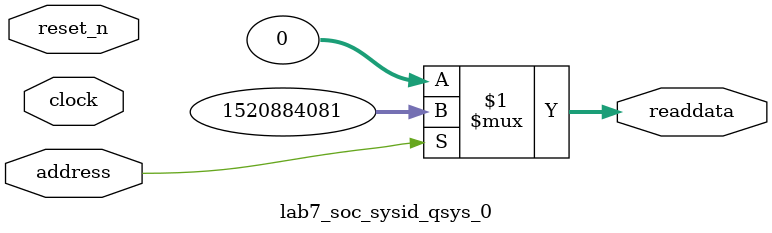
<source format=v>

`timescale 1ns / 1ps
// synthesis translate_on

// turn off superfluous verilog processor warnings 
// altera message_level Level1 
// altera message_off 10034 10035 10036 10037 10230 10240 10030 

module lab7_soc_sysid_qsys_0 (
               // inputs:
                address,
                clock,
                reset_n,

               // outputs:
                readdata
             )
;

  output  [ 31: 0] readdata;
  input            address;
  input            clock;
  input            reset_n;

  wire    [ 31: 0] readdata;
  //control_slave, which is an e_avalon_slave
  assign readdata = address ? 1520884081 : 0;

endmodule




</source>
